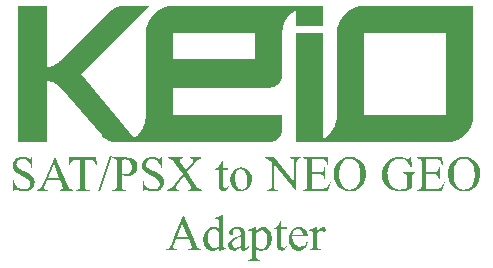
<source format=gbr>
%TF.GenerationSoftware,KiCad,Pcbnew,8.0.4*%
%TF.CreationDate,2024-08-27T17:02:55+01:00*%
%TF.ProjectId,Bottom Board,426f7474-6f6d-4204-926f-6172642e6b69,2*%
%TF.SameCoordinates,Original*%
%TF.FileFunction,Legend,Top*%
%TF.FilePolarity,Positive*%
%FSLAX46Y46*%
G04 Gerber Fmt 4.6, Leading zero omitted, Abs format (unit mm)*
G04 Created by KiCad (PCBNEW 8.0.4) date 2024-08-27 17:02:55*
%MOMM*%
%LPD*%
G01*
G04 APERTURE LIST*
%ADD10C,0.000000*%
%ADD11C,0.150000*%
G04 APERTURE END LIST*
D10*
G36*
X124266707Y-67042963D02*
G01*
X124263712Y-67162198D01*
X124254822Y-67279827D01*
X124240182Y-67395709D01*
X124219933Y-67509700D01*
X124194218Y-67621656D01*
X124163181Y-67731436D01*
X124126965Y-67838896D01*
X124085712Y-67943893D01*
X124039565Y-68046285D01*
X123988668Y-68145927D01*
X123933163Y-68242678D01*
X123873194Y-68336394D01*
X123808903Y-68426932D01*
X123740434Y-68514149D01*
X123667929Y-68597903D01*
X123591531Y-68678050D01*
X123511384Y-68754447D01*
X123427630Y-68826952D01*
X123340412Y-68895421D01*
X123249873Y-68959712D01*
X123156157Y-69019681D01*
X123059406Y-69075185D01*
X122959764Y-69126082D01*
X122857372Y-69172228D01*
X122752375Y-69213481D01*
X122644915Y-69249697D01*
X122535135Y-69280734D01*
X122423178Y-69306448D01*
X122309187Y-69326697D01*
X122193306Y-69341338D01*
X122075676Y-69350227D01*
X121956442Y-69353222D01*
X109250000Y-69353222D01*
X109250000Y-60112176D01*
X111560263Y-60112176D01*
X111560263Y-69050002D01*
X111687387Y-68971313D01*
X111808775Y-68884736D01*
X111924086Y-68790627D01*
X112032980Y-68689339D01*
X112135118Y-68581227D01*
X112230158Y-68466646D01*
X112317761Y-68345949D01*
X112397587Y-68219491D01*
X112469295Y-68087627D01*
X112532546Y-67950711D01*
X112586999Y-67809097D01*
X112632314Y-67663139D01*
X112668151Y-67513193D01*
X112694170Y-67359611D01*
X112710031Y-67202750D01*
X112715393Y-67042963D01*
X112715393Y-60112176D01*
X115025656Y-60112176D01*
X115025656Y-67042963D01*
X121956442Y-67042963D01*
X121956442Y-60112176D01*
X115025656Y-60112176D01*
X112715393Y-60112176D01*
X112718388Y-59992942D01*
X112727277Y-59875313D01*
X112741918Y-59759432D01*
X112762167Y-59645442D01*
X112787882Y-59533485D01*
X112818919Y-59423706D01*
X112855135Y-59316246D01*
X112896388Y-59211249D01*
X112942535Y-59108858D01*
X112993432Y-59009215D01*
X113048936Y-58912465D01*
X113108905Y-58818749D01*
X113173196Y-58728210D01*
X113241665Y-58640993D01*
X113314170Y-58557239D01*
X113390568Y-58477092D01*
X113470715Y-58400694D01*
X113554469Y-58328189D01*
X113641687Y-58259720D01*
X113732225Y-58195429D01*
X113825941Y-58135460D01*
X113922692Y-58079955D01*
X114022335Y-58029058D01*
X114124726Y-57982912D01*
X114229723Y-57941659D01*
X114337183Y-57905442D01*
X114446963Y-57874405D01*
X114558920Y-57848691D01*
X114672911Y-57828442D01*
X114788792Y-57813801D01*
X114906422Y-57804912D01*
X115025656Y-57801917D01*
X124266707Y-57801917D01*
X124266707Y-67042963D01*
G37*
G36*
X88168870Y-63000000D02*
G01*
X88223000Y-62998344D01*
X88277023Y-62993514D01*
X88330835Y-62985723D01*
X88384330Y-62975183D01*
X88437401Y-62962105D01*
X88489944Y-62946700D01*
X88541853Y-62929180D01*
X88593021Y-62909756D01*
X88643343Y-62888640D01*
X88692713Y-62866044D01*
X88741026Y-62842178D01*
X88788175Y-62817255D01*
X88834055Y-62791486D01*
X88878561Y-62765083D01*
X88963024Y-62711218D01*
X89040719Y-62657353D01*
X89110799Y-62605181D01*
X89172420Y-62556392D01*
X89224733Y-62512680D01*
X89298057Y-62447253D01*
X89324002Y-62422436D01*
X93366970Y-58379482D01*
X93421099Y-58327010D01*
X93475123Y-58277816D01*
X93528935Y-58231795D01*
X93582430Y-58188840D01*
X93635501Y-58148847D01*
X93688044Y-58111709D01*
X93739953Y-58077321D01*
X93791121Y-58045577D01*
X93841443Y-58016371D01*
X93890813Y-57989597D01*
X93939125Y-57965150D01*
X93986275Y-57942924D01*
X94032155Y-57922813D01*
X94076660Y-57904711D01*
X94161124Y-57874113D01*
X94238818Y-57850282D01*
X94308899Y-57832375D01*
X94370519Y-57819543D01*
X94422833Y-57810941D01*
X94464994Y-57805724D01*
X94496156Y-57803045D01*
X94522102Y-57801917D01*
X96832363Y-57801917D01*
X91056707Y-63577574D01*
X95525622Y-68963372D01*
X95532818Y-68963372D01*
X95645409Y-68882310D01*
X95752631Y-68794698D01*
X95854222Y-68700829D01*
X95949921Y-68600991D01*
X96039466Y-68495475D01*
X96122596Y-68384571D01*
X96199050Y-68268568D01*
X96268566Y-68147757D01*
X96330882Y-68022427D01*
X96385738Y-67892869D01*
X96432871Y-67759372D01*
X96472022Y-67622227D01*
X96502927Y-67481724D01*
X96525326Y-67338152D01*
X96538956Y-67191802D01*
X96543558Y-67042963D01*
X96543558Y-62299704D01*
X96543558Y-60112176D01*
X98853824Y-60112176D01*
X98853824Y-62299704D01*
X105784607Y-62299704D01*
X105784607Y-60112176D01*
X98853824Y-60112176D01*
X96543558Y-60112176D01*
X96546554Y-59992972D01*
X96555446Y-59875369D01*
X96570091Y-59759511D01*
X96590346Y-59645539D01*
X96616068Y-59533599D01*
X96647113Y-59423832D01*
X96683338Y-59316382D01*
X96724601Y-59211392D01*
X96770758Y-59109006D01*
X96821665Y-59009366D01*
X96877180Y-58912615D01*
X96937160Y-58818898D01*
X97001461Y-58728356D01*
X97069940Y-58641134D01*
X97142454Y-58557374D01*
X97218861Y-58477219D01*
X97299015Y-58400813D01*
X97382775Y-58328299D01*
X97469998Y-58259820D01*
X97560540Y-58195519D01*
X97654257Y-58135539D01*
X97751008Y-58080024D01*
X97850648Y-58029116D01*
X97953034Y-57982960D01*
X98058024Y-57941697D01*
X98165474Y-57905472D01*
X98275241Y-57874426D01*
X98387182Y-57848705D01*
X98501154Y-57828450D01*
X98617012Y-57813805D01*
X98734616Y-57804913D01*
X98853820Y-57801917D01*
X111560259Y-57801917D01*
X111560259Y-59534612D01*
X109249996Y-59534612D01*
X109249996Y-58119574D01*
X109123641Y-58198339D01*
X109002824Y-58284710D01*
X108887905Y-58378365D01*
X108779247Y-58478982D01*
X108677209Y-58586239D01*
X108582151Y-58699814D01*
X108494436Y-58819384D01*
X108414422Y-58944628D01*
X108342471Y-59075224D01*
X108278944Y-59210848D01*
X108224200Y-59351180D01*
X108178602Y-59495898D01*
X108142508Y-59644678D01*
X108116281Y-59797199D01*
X108100280Y-59953139D01*
X108094866Y-60112176D01*
X108094866Y-63462052D01*
X108095515Y-63469325D01*
X108095997Y-63476551D01*
X108096528Y-63490898D01*
X108096598Y-63505161D01*
X108096344Y-63519406D01*
X108095420Y-63548115D01*
X108095028Y-63562714D01*
X108094866Y-63577566D01*
X108093369Y-63637183D01*
X108088924Y-63695997D01*
X108081604Y-63753938D01*
X108071479Y-63810933D01*
X108058622Y-63866911D01*
X108043104Y-63921801D01*
X108024995Y-63975531D01*
X108004369Y-64028029D01*
X107981296Y-64079225D01*
X107955847Y-64129046D01*
X107928095Y-64177421D01*
X107898111Y-64224279D01*
X107865965Y-64269548D01*
X107831731Y-64313157D01*
X107795478Y-64355034D01*
X107757280Y-64395108D01*
X107717206Y-64433306D01*
X107675329Y-64469559D01*
X107631721Y-64503794D01*
X107586451Y-64535939D01*
X107539593Y-64565924D01*
X107491218Y-64593676D01*
X107441397Y-64619124D01*
X107390201Y-64642198D01*
X107337702Y-64662824D01*
X107283972Y-64680932D01*
X107229082Y-64696451D01*
X107173104Y-64709308D01*
X107116109Y-64719433D01*
X107058168Y-64726753D01*
X106999353Y-64731198D01*
X106939736Y-64732695D01*
X98853820Y-64732695D01*
X98853820Y-67042954D01*
X108094866Y-67042954D01*
X108094866Y-68082571D01*
X108095515Y-68089844D01*
X108095997Y-68097070D01*
X108096528Y-68111417D01*
X108096598Y-68125680D01*
X108096344Y-68139925D01*
X108095420Y-68168634D01*
X108095028Y-68183233D01*
X108094866Y-68198084D01*
X108093369Y-68257701D01*
X108088924Y-68316515D01*
X108081604Y-68374456D01*
X108071479Y-68431451D01*
X108058622Y-68487429D01*
X108043104Y-68542319D01*
X108024995Y-68596049D01*
X108004369Y-68648548D01*
X107981296Y-68699743D01*
X107955847Y-68749565D01*
X107928095Y-68797940D01*
X107898111Y-68844798D01*
X107865965Y-68890067D01*
X107831731Y-68933676D01*
X107795478Y-68975553D01*
X107757280Y-69015627D01*
X107717206Y-69053825D01*
X107675329Y-69090078D01*
X107631721Y-69124313D01*
X107586451Y-69156458D01*
X107539593Y-69186443D01*
X107491218Y-69214195D01*
X107441397Y-69239643D01*
X107390201Y-69262717D01*
X107337702Y-69283343D01*
X107283972Y-69301451D01*
X107229082Y-69316970D01*
X107173104Y-69329827D01*
X107116109Y-69339952D01*
X107058168Y-69347272D01*
X106999353Y-69351717D01*
X106939736Y-69353214D01*
X93944512Y-69353214D01*
X93887843Y-69351557D01*
X93831601Y-69346728D01*
X93775878Y-69338937D01*
X93720763Y-69328397D01*
X93666345Y-69315319D01*
X93612716Y-69299914D01*
X93559965Y-69282393D01*
X93508181Y-69262970D01*
X93457454Y-69241854D01*
X93407876Y-69219257D01*
X93359534Y-69195392D01*
X93312520Y-69170469D01*
X93266923Y-69144700D01*
X93222832Y-69118296D01*
X93139533Y-69064432D01*
X93063340Y-69010567D01*
X92994973Y-68958394D01*
X92935151Y-68909606D01*
X92884593Y-68865894D01*
X92814146Y-68800466D01*
X92789385Y-68775649D01*
X89323992Y-64732695D01*
X89273910Y-64676475D01*
X89223420Y-64624010D01*
X89172652Y-64575169D01*
X89121739Y-64529825D01*
X89070811Y-64487847D01*
X89019999Y-64449106D01*
X88969434Y-64413474D01*
X88919247Y-64380822D01*
X88869570Y-64351019D01*
X88820532Y-64323937D01*
X88772266Y-64299447D01*
X88724902Y-64277420D01*
X88678571Y-64257726D01*
X88633404Y-64240236D01*
X88589533Y-64224822D01*
X88547088Y-64211354D01*
X88467001Y-64189738D01*
X88394192Y-64174357D01*
X88329708Y-64164177D01*
X88274598Y-64158165D01*
X88229910Y-64155288D01*
X88196692Y-64154511D01*
X88168860Y-64155130D01*
X88168860Y-69353222D01*
X85743086Y-69353222D01*
X85743086Y-57801917D01*
X85743096Y-57801909D01*
X88168870Y-57801909D01*
X88168870Y-63000000D01*
G37*
D11*
G36*
X86934578Y-70589427D02*
G01*
X86934578Y-71527320D01*
X86858374Y-71527320D01*
X86829294Y-71370370D01*
X86784082Y-71222354D01*
X86725017Y-71100139D01*
X86634079Y-70981359D01*
X86516052Y-70884588D01*
X86452442Y-70847348D01*
X86306314Y-70786623D01*
X86156074Y-70756856D01*
X86085345Y-70753558D01*
X85935182Y-70771900D01*
X85795760Y-70833164D01*
X85730705Y-70883984D01*
X85635035Y-71004478D01*
X85591983Y-71149142D01*
X85590753Y-71180006D01*
X85625386Y-71330216D01*
X85679414Y-71411549D01*
X85793902Y-71517737D01*
X85914917Y-71603990D01*
X86045434Y-71685735D01*
X86173089Y-71759366D01*
X86287578Y-71821877D01*
X86425575Y-71896787D01*
X86564496Y-71975587D01*
X86694155Y-72054309D01*
X86821737Y-72142812D01*
X86934638Y-72247978D01*
X87022013Y-72368572D01*
X87042289Y-72405861D01*
X87098038Y-72551276D01*
X87119655Y-72703132D01*
X87119958Y-72723866D01*
X87104571Y-72876319D01*
X87058409Y-73017873D01*
X86981472Y-73148528D01*
X86873761Y-73268283D01*
X86741824Y-73368300D01*
X86592210Y-73439741D01*
X86446797Y-73478811D01*
X86287850Y-73496001D01*
X86239951Y-73496894D01*
X86086619Y-73489952D01*
X86011340Y-73480774D01*
X85868346Y-73447761D01*
X85746092Y-73414096D01*
X85598610Y-73374526D01*
X85491835Y-73356210D01*
X85410502Y-73384054D01*
X85366538Y-73496894D01*
X85290335Y-73496894D01*
X85290335Y-72559002D01*
X85366538Y-72559002D01*
X85399524Y-72711449D01*
X85442973Y-72853644D01*
X85510153Y-72995708D01*
X85607887Y-73113256D01*
X85731290Y-73205581D01*
X85787125Y-73236775D01*
X85932308Y-73295268D01*
X86087589Y-73326764D01*
X86196720Y-73332763D01*
X86347258Y-73319597D01*
X86488222Y-73274700D01*
X86603384Y-73197941D01*
X86700165Y-73079821D01*
X86749212Y-72934764D01*
X86752861Y-72878471D01*
X86723714Y-72730253D01*
X86696441Y-72671842D01*
X86607227Y-72552582D01*
X86520586Y-72476936D01*
X86396766Y-72396714D01*
X86260882Y-72317296D01*
X86124741Y-72240459D01*
X86080949Y-72216085D01*
X85934078Y-72132461D01*
X85806983Y-72056622D01*
X85672632Y-71970551D01*
X85570970Y-71897348D01*
X85460301Y-71796912D01*
X85367897Y-71679824D01*
X85341626Y-71635764D01*
X85285351Y-71494846D01*
X85263530Y-71341370D01*
X85263224Y-71319958D01*
X85281481Y-71158700D01*
X85336253Y-71010426D01*
X85427540Y-70875134D01*
X85494033Y-70805582D01*
X85617315Y-70711014D01*
X85756350Y-70643466D01*
X85911139Y-70602937D01*
X86059502Y-70589638D01*
X86081682Y-70589427D01*
X86237608Y-70600683D01*
X86385070Y-70630450D01*
X86537970Y-70678822D01*
X86553559Y-70684682D01*
X86695994Y-70728514D01*
X86716224Y-70730111D01*
X86803419Y-70702267D01*
X86858374Y-70589427D01*
X86934578Y-70589427D01*
G37*
G36*
X89855966Y-72910711D02*
G01*
X89920231Y-73052623D01*
X89994212Y-73183882D01*
X90069190Y-73274145D01*
X90200824Y-73344933D01*
X90335903Y-73367934D01*
X90335903Y-73450000D01*
X89233147Y-73450000D01*
X89233147Y-73367934D01*
X89380045Y-73348617D01*
X89458827Y-73313712D01*
X89517446Y-73200139D01*
X89485389Y-73048327D01*
X89435380Y-72918771D01*
X89266120Y-72523831D01*
X88184612Y-72523831D01*
X87994836Y-72956873D01*
X87942079Y-73096458D01*
X87924494Y-73195743D01*
X87985310Y-73306385D01*
X88126035Y-73354380D01*
X88248360Y-73367934D01*
X88248360Y-73450000D01*
X87368353Y-73450000D01*
X87368353Y-73367934D01*
X87512517Y-73332397D01*
X87594766Y-73287334D01*
X87691297Y-73162292D01*
X87765400Y-73025063D01*
X87827774Y-72886531D01*
X88048276Y-72371423D01*
X88248360Y-72371423D01*
X89208967Y-72371423D01*
X88734892Y-71230565D01*
X88248360Y-72371423D01*
X88048276Y-72371423D01*
X88811095Y-70589427D01*
X88882903Y-70589427D01*
X89855966Y-72910711D01*
G37*
G36*
X92345045Y-70636322D02*
G01*
X92375820Y-71292847D01*
X92297418Y-71292847D01*
X92270673Y-71144469D01*
X92235869Y-71045184D01*
X92145186Y-70925571D01*
X92065876Y-70869330D01*
X91925252Y-70823116D01*
X91786706Y-70812177D01*
X91392498Y-70812177D01*
X91392498Y-72957606D01*
X91399078Y-73112816D01*
X91432143Y-73256042D01*
X91448185Y-73280739D01*
X91579103Y-73355672D01*
X91689253Y-73367934D01*
X91786706Y-73367934D01*
X91786706Y-73450000D01*
X90601151Y-73450000D01*
X90601151Y-73367934D01*
X90700070Y-73367934D01*
X90851744Y-73341006D01*
X90952128Y-73260223D01*
X90990539Y-73111101D01*
X90996825Y-72957606D01*
X90996825Y-70812177D01*
X90661235Y-70812177D01*
X90511650Y-70817646D01*
X90382798Y-70840753D01*
X90255643Y-70923610D01*
X90199616Y-70991695D01*
X90136020Y-71132158D01*
X90109734Y-71281062D01*
X90108758Y-71292847D01*
X90030356Y-71292847D01*
X90063328Y-70636322D01*
X92345045Y-70636322D01*
G37*
G36*
X93650035Y-70495638D02*
G01*
X92638137Y-73496894D01*
X92473273Y-73496894D01*
X93485171Y-70495638D01*
X93650035Y-70495638D01*
G37*
G36*
X94884401Y-70640038D02*
G01*
X95044651Y-70653388D01*
X95201175Y-70680011D01*
X95319190Y-70713991D01*
X95460162Y-70779526D01*
X95584856Y-70870343D01*
X95684089Y-70974842D01*
X95768774Y-71109336D01*
X95818307Y-71259934D01*
X95832833Y-71410816D01*
X95818728Y-71574306D01*
X95776413Y-71721859D01*
X95705888Y-71853476D01*
X95607153Y-71969155D01*
X95482680Y-72063082D01*
X95334944Y-72130172D01*
X95186591Y-72166862D01*
X95020426Y-72183006D01*
X94969679Y-72183845D01*
X94822678Y-72176918D01*
X94750593Y-72169190D01*
X94605433Y-72146880D01*
X94499267Y-72125959D01*
X94499267Y-72945882D01*
X94504920Y-73092442D01*
X94534598Y-73238491D01*
X94557153Y-73276343D01*
X94686353Y-73355054D01*
X94793824Y-73367934D01*
X94901535Y-73367934D01*
X94901535Y-73450000D01*
X93704257Y-73450000D01*
X93704257Y-73367934D01*
X93809037Y-73367934D01*
X93961078Y-73338991D01*
X94062561Y-73252163D01*
X94097823Y-73103499D01*
X94103594Y-72948080D01*
X94103594Y-71138241D01*
X94097013Y-70980024D01*
X94065085Y-70839288D01*
X94499267Y-70839288D01*
X94499267Y-72002128D01*
X94649018Y-72027132D01*
X94692707Y-72032903D01*
X94837788Y-72043161D01*
X94990012Y-72019874D01*
X95125750Y-71950013D01*
X95207083Y-71877564D01*
X95295940Y-71751697D01*
X95347913Y-71602799D01*
X95363154Y-71447452D01*
X95348849Y-71294000D01*
X95305932Y-71150365D01*
X95288416Y-71111130D01*
X95205350Y-70982201D01*
X95086580Y-70883008D01*
X95078123Y-70878122D01*
X94933226Y-70819870D01*
X94780415Y-70800529D01*
X94769644Y-70800453D01*
X94623424Y-70814144D01*
X94499267Y-70839288D01*
X94065085Y-70839288D01*
X94063949Y-70834280D01*
X94047906Y-70809246D01*
X93917160Y-70731164D01*
X93809037Y-70718387D01*
X93704257Y-70718387D01*
X93704257Y-70636322D01*
X94727878Y-70636322D01*
X94884401Y-70640038D01*
G37*
G36*
X97904989Y-70589427D02*
G01*
X97904989Y-71527320D01*
X97828786Y-71527320D01*
X97799705Y-71370370D01*
X97754494Y-71222354D01*
X97695429Y-71100139D01*
X97604490Y-70981359D01*
X97486464Y-70884588D01*
X97422854Y-70847348D01*
X97276725Y-70786623D01*
X97126485Y-70756856D01*
X97055757Y-70753558D01*
X96905593Y-70771900D01*
X96766172Y-70833164D01*
X96701116Y-70883984D01*
X96605447Y-71004478D01*
X96562395Y-71149142D01*
X96561165Y-71180006D01*
X96595798Y-71330216D01*
X96649825Y-71411549D01*
X96764314Y-71517737D01*
X96885329Y-71603990D01*
X97015846Y-71685735D01*
X97143501Y-71759366D01*
X97257990Y-71821877D01*
X97395986Y-71896787D01*
X97534908Y-71975587D01*
X97664566Y-72054309D01*
X97792149Y-72142812D01*
X97905049Y-72247978D01*
X97992424Y-72368572D01*
X98012700Y-72405861D01*
X98068449Y-72551276D01*
X98090066Y-72703132D01*
X98090370Y-72723866D01*
X98074982Y-72876319D01*
X98028820Y-73017873D01*
X97951884Y-73148528D01*
X97844173Y-73268283D01*
X97712236Y-73368300D01*
X97562622Y-73439741D01*
X97417209Y-73478811D01*
X97258262Y-73496001D01*
X97210363Y-73496894D01*
X97057031Y-73489952D01*
X96981751Y-73480774D01*
X96838758Y-73447761D01*
X96716504Y-73414096D01*
X96569022Y-73374526D01*
X96462247Y-73356210D01*
X96380914Y-73384054D01*
X96336950Y-73496894D01*
X96260746Y-73496894D01*
X96260746Y-72559002D01*
X96336950Y-72559002D01*
X96369936Y-72711449D01*
X96413384Y-72853644D01*
X96480565Y-72995708D01*
X96578298Y-73113256D01*
X96701702Y-73205581D01*
X96757536Y-73236775D01*
X96902720Y-73295268D01*
X97058001Y-73326764D01*
X97167132Y-73332763D01*
X97317670Y-73319597D01*
X97458634Y-73274700D01*
X97573796Y-73197941D01*
X97670576Y-73079821D01*
X97719623Y-72934764D01*
X97723273Y-72878471D01*
X97694126Y-72730253D01*
X97666853Y-72671842D01*
X97577639Y-72552582D01*
X97490998Y-72476936D01*
X97367178Y-72396714D01*
X97231294Y-72317296D01*
X97095153Y-72240459D01*
X97051361Y-72216085D01*
X96904490Y-72132461D01*
X96777394Y-72056622D01*
X96643043Y-71970551D01*
X96541381Y-71897348D01*
X96430713Y-71796912D01*
X96338309Y-71679824D01*
X96312037Y-71635764D01*
X96255763Y-71494846D01*
X96233942Y-71341370D01*
X96233635Y-71319958D01*
X96251893Y-71158700D01*
X96306665Y-71010426D01*
X96397952Y-70875134D01*
X96464445Y-70805582D01*
X96587727Y-70711014D01*
X96726762Y-70643466D01*
X96881551Y-70602937D01*
X97029914Y-70589638D01*
X97052093Y-70589427D01*
X97208020Y-70600683D01*
X97355482Y-70630450D01*
X97508381Y-70678822D01*
X97523970Y-70684682D01*
X97666406Y-70728514D01*
X97686636Y-70730111D01*
X97773831Y-70702267D01*
X97828786Y-70589427D01*
X97904989Y-70589427D01*
G37*
G36*
X100028437Y-71891486D02*
G01*
X100628541Y-72789078D01*
X100717430Y-72919029D01*
X100809674Y-73046285D01*
X100910138Y-73171362D01*
X100997836Y-73259490D01*
X101125348Y-73332219D01*
X101269925Y-73365238D01*
X101304117Y-73367934D01*
X101304117Y-73450000D01*
X100104640Y-73450000D01*
X100104640Y-73367934D01*
X100253691Y-73351977D01*
X100281961Y-73343021D01*
X100353035Y-73286601D01*
X100380879Y-73208932D01*
X100362561Y-73113677D01*
X100283120Y-72983000D01*
X100248988Y-72931960D01*
X99774913Y-72213154D01*
X99190195Y-72964933D01*
X99102783Y-73083944D01*
X99078088Y-73125401D01*
X99059769Y-73208932D01*
X99115457Y-73318841D01*
X99255866Y-73362667D01*
X99327948Y-73367934D01*
X99327948Y-73450000D01*
X98336566Y-73450000D01*
X98336566Y-73367934D01*
X98483541Y-73338042D01*
X98518283Y-73324703D01*
X98650231Y-73256752D01*
X98760816Y-73179623D01*
X98876597Y-73073191D01*
X98979654Y-72957443D01*
X99025331Y-72901186D01*
X99684787Y-72065875D01*
X99134508Y-71257676D01*
X99039354Y-71124860D01*
X98938592Y-70999518D01*
X98835417Y-70892227D01*
X98752756Y-70826831D01*
X98617967Y-70759446D01*
X98467215Y-70723986D01*
X98392254Y-70718387D01*
X98392254Y-70636322D01*
X99684787Y-70636322D01*
X99684787Y-70718387D01*
X99538984Y-70736403D01*
X99459107Y-70771877D01*
X99398290Y-70877390D01*
X99449391Y-71023271D01*
X99497208Y-71100139D01*
X99925855Y-71742009D01*
X100421912Y-71112595D01*
X100509596Y-70992703D01*
X100528157Y-70960188D01*
X100547941Y-70875191D01*
X100523028Y-70798988D01*
X100444626Y-70738171D01*
X100292984Y-70719450D01*
X100248988Y-70718387D01*
X100248988Y-70636322D01*
X101240370Y-70636322D01*
X101240370Y-70718387D01*
X101093797Y-70740062D01*
X101048395Y-70755757D01*
X100916962Y-70828171D01*
X100844696Y-70883984D01*
X100740873Y-70988967D01*
X100643657Y-71104223D01*
X100583112Y-71180739D01*
X100028437Y-71891486D01*
G37*
G36*
X103065596Y-70917690D02*
G01*
X103065596Y-71527320D01*
X103506699Y-71527320D01*
X103506699Y-71668004D01*
X103065596Y-71668004D01*
X103065596Y-72929762D01*
X103077188Y-73079943D01*
X103118353Y-73184752D01*
X103253175Y-73250697D01*
X103385066Y-73208932D01*
X103479476Y-73093828D01*
X103483984Y-73083635D01*
X103564585Y-73083635D01*
X103501833Y-73222155D01*
X103415016Y-73341289D01*
X103360153Y-73392114D01*
X103226247Y-73470699D01*
X103088311Y-73496894D01*
X102942857Y-73463800D01*
X102902931Y-73442672D01*
X102796926Y-73340881D01*
X102768841Y-73288066D01*
X102733885Y-73139766D01*
X102725653Y-72989694D01*
X102725610Y-72976657D01*
X102725610Y-71668004D01*
X102426657Y-71668004D01*
X102426657Y-71601325D01*
X102555818Y-71531567D01*
X102658199Y-71450383D01*
X102763848Y-71342245D01*
X102858226Y-71217041D01*
X102869958Y-71199057D01*
X102939431Y-71062748D01*
X103001849Y-70917690D01*
X103065596Y-70917690D01*
G37*
G36*
X104762049Y-71491966D02*
G01*
X104904940Y-71526587D01*
X105056604Y-71596150D01*
X105192069Y-71697130D01*
X105295289Y-71808688D01*
X105381227Y-71935142D01*
X105446057Y-72069590D01*
X105489779Y-72212033D01*
X105512395Y-72362470D01*
X105515841Y-72452023D01*
X105503962Y-72612422D01*
X105472960Y-72757760D01*
X105422715Y-72904025D01*
X105394208Y-72969330D01*
X105318544Y-73106328D01*
X105228391Y-73223040D01*
X105111226Y-73328928D01*
X105059351Y-73364270D01*
X104921363Y-73434209D01*
X104773930Y-73478244D01*
X104617052Y-73496376D01*
X104584543Y-73496894D01*
X104430781Y-73484838D01*
X104266956Y-73440299D01*
X104119890Y-73362942D01*
X103989584Y-73252767D01*
X103906769Y-73153977D01*
X103823972Y-73024307D01*
X103761511Y-72887905D01*
X103719386Y-72744771D01*
X103697598Y-72594905D01*
X103694278Y-72506245D01*
X103704478Y-72359336D01*
X103708996Y-72337718D01*
X104077495Y-72337718D01*
X104083239Y-72489744D01*
X104104462Y-72656886D01*
X104141322Y-72813018D01*
X104193820Y-72958140D01*
X104240893Y-73055059D01*
X104329462Y-73186813D01*
X104444647Y-73290039D01*
X104591937Y-73348858D01*
X104673203Y-73356210D01*
X104824122Y-73328759D01*
X104951823Y-73246407D01*
X105002931Y-73189881D01*
X105076770Y-73047304D01*
X105114386Y-72888661D01*
X105129457Y-72739145D01*
X105132624Y-72618353D01*
X105127346Y-72465177D01*
X105107082Y-72295299D01*
X105071619Y-72140619D01*
X105020958Y-72001137D01*
X104942644Y-71857617D01*
X104916469Y-71820411D01*
X104806281Y-71706941D01*
X104664550Y-71636874D01*
X104543510Y-71621109D01*
X104399585Y-71649509D01*
X104323691Y-71687055D01*
X104213258Y-71791717D01*
X104145638Y-71916399D01*
X104101518Y-72065113D01*
X104081754Y-72214940D01*
X104077495Y-72337718D01*
X103708996Y-72337718D01*
X103735081Y-72212890D01*
X103786086Y-72066909D01*
X103823238Y-71986008D01*
X103902153Y-71851238D01*
X104004793Y-71726646D01*
X104123174Y-71628529D01*
X104161758Y-71604256D01*
X104295624Y-71538955D01*
X104448497Y-71495058D01*
X104607257Y-71480425D01*
X104762049Y-71491966D01*
G37*
G36*
X106644243Y-70636322D02*
G01*
X107402617Y-70636322D01*
X109111340Y-72746580D01*
X109111340Y-71127983D01*
X109104500Y-70973190D01*
X109070130Y-70830262D01*
X109053454Y-70805582D01*
X108923566Y-70730649D01*
X108812386Y-70718387D01*
X108715666Y-70718387D01*
X108715666Y-70636322D01*
X109687997Y-70636322D01*
X109687997Y-70718387D01*
X109589079Y-70718387D01*
X109437587Y-70745315D01*
X109337753Y-70826099D01*
X109298712Y-70975564D01*
X109292324Y-71128715D01*
X109292324Y-73496894D01*
X109218318Y-73496894D01*
X107376238Y-71229832D01*
X107376238Y-72958339D01*
X107382732Y-73113132D01*
X107415361Y-73256060D01*
X107431193Y-73280739D01*
X107562397Y-73355672D01*
X107672993Y-73367934D01*
X107771912Y-73367934D01*
X107771912Y-73450000D01*
X106798848Y-73450000D01*
X106798848Y-73367934D01*
X106895569Y-73367934D01*
X107040683Y-73344267D01*
X107149093Y-73260223D01*
X107188133Y-73111674D01*
X107194522Y-72959071D01*
X107194522Y-71010013D01*
X107093371Y-70897475D01*
X107009874Y-70821702D01*
X106876334Y-70754297D01*
X106825959Y-70736706D01*
X106673689Y-70718674D01*
X106644243Y-70718387D01*
X106644243Y-70636322D01*
G37*
G36*
X110612700Y-70788729D02*
G01*
X110612700Y-71902477D01*
X111226727Y-71902477D01*
X111383622Y-71891967D01*
X111523574Y-71845255D01*
X111546197Y-71827739D01*
X111625720Y-71702159D01*
X111659431Y-71554399D01*
X111665631Y-71480425D01*
X111741835Y-71480425D01*
X111741835Y-72465212D01*
X111665631Y-72465212D01*
X111640487Y-72317029D01*
X111607746Y-72207292D01*
X111501625Y-72103744D01*
X111486113Y-72095917D01*
X111336387Y-72059733D01*
X111226727Y-72054884D01*
X110612700Y-72054884D01*
X110612700Y-72982519D01*
X110616730Y-73132362D01*
X110628820Y-73209665D01*
X110686706Y-73274145D01*
X110836347Y-73297569D01*
X110843510Y-73297592D01*
X111317585Y-73297592D01*
X111464972Y-73293696D01*
X111616559Y-73275825D01*
X111661235Y-73264619D01*
X111792439Y-73198216D01*
X111867864Y-73134193D01*
X111964413Y-73019235D01*
X112046287Y-72895573D01*
X112121074Y-72762619D01*
X112129448Y-72746580D01*
X112211514Y-72746580D01*
X111970446Y-73450000D01*
X109816957Y-73450000D01*
X109816957Y-73367934D01*
X109915876Y-73367934D01*
X110064174Y-73338864D01*
X110103454Y-73320307D01*
X110192847Y-73221388D01*
X110214170Y-73074548D01*
X110217027Y-72950279D01*
X110217027Y-71129448D01*
X110211803Y-70982788D01*
X110184380Y-70837931D01*
X110163538Y-70801186D01*
X110031761Y-70730031D01*
X109915876Y-70718387D01*
X109816957Y-70718387D01*
X109816957Y-70636322D01*
X111970446Y-70636322D01*
X112001221Y-71245952D01*
X111921354Y-71245952D01*
X111887591Y-71100906D01*
X111835174Y-70961392D01*
X111825366Y-70944801D01*
X111718205Y-70843547D01*
X111670028Y-70819504D01*
X111517586Y-70793057D01*
X111379134Y-70788729D01*
X110612700Y-70788729D01*
G37*
G36*
X114005264Y-70599463D02*
G01*
X114164539Y-70629570D01*
X114316730Y-70679748D01*
X114461838Y-70749998D01*
X114599861Y-70840319D01*
X114730801Y-70950711D01*
X114781193Y-71000488D01*
X114896236Y-71133935D01*
X114991781Y-71277365D01*
X115067827Y-71430776D01*
X115124373Y-71594170D01*
X115161421Y-71767545D01*
X115177020Y-71913433D01*
X115180530Y-72027041D01*
X115174245Y-72181956D01*
X115155388Y-72330161D01*
X115114140Y-72505984D01*
X115053250Y-72671324D01*
X114972718Y-72826181D01*
X114872544Y-72970555D01*
X114778262Y-73078506D01*
X114648650Y-73199038D01*
X114510773Y-73299140D01*
X114364632Y-73378814D01*
X114210226Y-73438058D01*
X114047555Y-73476874D01*
X113876620Y-73495260D01*
X113805931Y-73496894D01*
X113630005Y-73486930D01*
X113463095Y-73457038D01*
X113305200Y-73407217D01*
X113156322Y-73337468D01*
X113016459Y-73247791D01*
X112885613Y-73138186D01*
X112835799Y-73088764D01*
X112722866Y-72955374D01*
X112629075Y-72810285D01*
X112554425Y-72653496D01*
X112498915Y-72485007D01*
X112462547Y-72304820D01*
X112447234Y-72152246D01*
X112443789Y-72032903D01*
X112443981Y-72028506D01*
X112915666Y-72028506D01*
X112920234Y-72193954D01*
X112933939Y-72349579D01*
X112956779Y-72495380D01*
X112998178Y-72663818D01*
X113053851Y-72816908D01*
X113123800Y-72954649D01*
X113208025Y-73077041D01*
X113313312Y-73185819D01*
X113450469Y-73277421D01*
X113605579Y-73334127D01*
X113756026Y-73355120D01*
X113801535Y-73356210D01*
X113967124Y-73341589D01*
X114119599Y-73297726D01*
X114258962Y-73224622D01*
X114385211Y-73122275D01*
X114451465Y-73050662D01*
X114538620Y-72923417D01*
X114607742Y-72771390D01*
X114651570Y-72625771D01*
X114682876Y-72462943D01*
X114701659Y-72282905D01*
X114707670Y-72126485D01*
X114707920Y-72085659D01*
X114703512Y-71912907D01*
X114690289Y-71751489D01*
X114668250Y-71601406D01*
X114628304Y-71429740D01*
X114574584Y-71275785D01*
X114507089Y-71139540D01*
X114425820Y-71021004D01*
X114318454Y-70912226D01*
X114194469Y-70830166D01*
X114053865Y-70774823D01*
X113896641Y-70746197D01*
X113799337Y-70741835D01*
X113642323Y-70755088D01*
X113499545Y-70794849D01*
X113353801Y-70872747D01*
X113241526Y-70969308D01*
X113197767Y-71018806D01*
X113101897Y-71159456D01*
X113037157Y-71293823D01*
X112986191Y-71443789D01*
X112949000Y-71609354D01*
X112925584Y-71790518D01*
X112916768Y-71946681D01*
X112915666Y-72028506D01*
X112443981Y-72028506D01*
X112450864Y-71871118D01*
X112472091Y-71716959D01*
X112507468Y-71570425D01*
X112556996Y-71431516D01*
X112638805Y-71268602D01*
X112742725Y-71117601D01*
X112841781Y-71005380D01*
X112896615Y-70952128D01*
X113023369Y-70847639D01*
X113157707Y-70760860D01*
X113299630Y-70691791D01*
X113449138Y-70640432D01*
X113606231Y-70606783D01*
X113770909Y-70590844D01*
X113838904Y-70589427D01*
X114005264Y-70599463D01*
G37*
G36*
X118965073Y-70589427D02*
G01*
X119037613Y-71480425D01*
X118965073Y-71480425D01*
X118914258Y-71341564D01*
X118848713Y-71202357D01*
X118765450Y-71070601D01*
X118682973Y-70975575D01*
X118567142Y-70879931D01*
X118437637Y-70807778D01*
X118294458Y-70759116D01*
X118137605Y-70733947D01*
X118041835Y-70730111D01*
X117881365Y-70740379D01*
X117733345Y-70771184D01*
X117572156Y-70835258D01*
X117428896Y-70928904D01*
X117303565Y-71052122D01*
X117229972Y-71150697D01*
X117150786Y-71288479D01*
X117087983Y-71435843D01*
X117041563Y-71592790D01*
X117011527Y-71759320D01*
X116999012Y-71905415D01*
X116996964Y-71996266D01*
X117002400Y-72143021D01*
X117022480Y-72308049D01*
X117057357Y-72466414D01*
X117107030Y-72618119D01*
X117151570Y-72722400D01*
X117223803Y-72857635D01*
X117317604Y-72991667D01*
X117423403Y-73103809D01*
X117541200Y-73194060D01*
X117556769Y-73203803D01*
X117698771Y-73277476D01*
X117842859Y-73327038D01*
X117989034Y-73352489D01*
X118071144Y-73356210D01*
X118223002Y-73346502D01*
X118369365Y-73317376D01*
X118511148Y-73268649D01*
X118647802Y-73201605D01*
X118647802Y-72392672D01*
X118642481Y-72245874D01*
X118615562Y-72117899D01*
X118516643Y-72018981D01*
X118368178Y-71987267D01*
X118281437Y-71984542D01*
X118281437Y-71902477D01*
X119362945Y-71902477D01*
X119362945Y-71984542D01*
X119311654Y-71984542D01*
X119162529Y-72018391D01*
X119091102Y-72091521D01*
X119056842Y-72235063D01*
X119050070Y-72393405D01*
X119050070Y-73249232D01*
X118917051Y-73315970D01*
X118770477Y-73377479D01*
X118625191Y-73425678D01*
X118581856Y-73437543D01*
X118432591Y-73468841D01*
X118273309Y-73488548D01*
X118121389Y-73496372D01*
X118068946Y-73496894D01*
X117920553Y-73492354D01*
X117733336Y-73472175D01*
X117558276Y-73435854D01*
X117395376Y-73383389D01*
X117244634Y-73314782D01*
X117106051Y-73230031D01*
X116979627Y-73129138D01*
X116865361Y-73012102D01*
X116838695Y-72980321D01*
X116747927Y-72856293D01*
X116672543Y-72726470D01*
X116612544Y-72590851D01*
X116567929Y-72449436D01*
X116538698Y-72302225D01*
X116524852Y-72149217D01*
X116523622Y-72086392D01*
X116532072Y-71927259D01*
X116557422Y-71771072D01*
X116599671Y-71617830D01*
X116658821Y-71467534D01*
X116700209Y-71382972D01*
X116784582Y-71239438D01*
X116879979Y-71108886D01*
X116986403Y-70991317D01*
X117103851Y-70886732D01*
X117232325Y-70795129D01*
X117277599Y-70767480D01*
X117417247Y-70698102D01*
X117567554Y-70645764D01*
X117728519Y-70610467D01*
X117874973Y-70593774D01*
X118003000Y-70589427D01*
X118157075Y-70596872D01*
X118279972Y-70615806D01*
X118430731Y-70657388D01*
X118578181Y-70709492D01*
X118633880Y-70730844D01*
X118773756Y-70775879D01*
X118787753Y-70777006D01*
X118855164Y-70738904D01*
X118888869Y-70589427D01*
X118965073Y-70589427D01*
G37*
G36*
X120287648Y-70788729D02*
G01*
X120287648Y-71902477D01*
X120901675Y-71902477D01*
X121058570Y-71891967D01*
X121198521Y-71845255D01*
X121221144Y-71827739D01*
X121300667Y-71702159D01*
X121334379Y-71554399D01*
X121340579Y-71480425D01*
X121416783Y-71480425D01*
X121416783Y-72465212D01*
X121340579Y-72465212D01*
X121315434Y-72317029D01*
X121282693Y-72207292D01*
X121176572Y-72103744D01*
X121161060Y-72095917D01*
X121011335Y-72059733D01*
X120901675Y-72054884D01*
X120287648Y-72054884D01*
X120287648Y-72982519D01*
X120291678Y-73132362D01*
X120303768Y-73209665D01*
X120361654Y-73274145D01*
X120511295Y-73297569D01*
X120518458Y-73297592D01*
X120992533Y-73297592D01*
X121139919Y-73293696D01*
X121291506Y-73275825D01*
X121336183Y-73264619D01*
X121467387Y-73198216D01*
X121542812Y-73134193D01*
X121639360Y-73019235D01*
X121721234Y-72895573D01*
X121796022Y-72762619D01*
X121804396Y-72746580D01*
X121886462Y-72746580D01*
X121645394Y-73450000D01*
X119491905Y-73450000D01*
X119491905Y-73367934D01*
X119590823Y-73367934D01*
X119739122Y-73338864D01*
X119778402Y-73320307D01*
X119867795Y-73221388D01*
X119889117Y-73074548D01*
X119891975Y-72950279D01*
X119891975Y-71129448D01*
X119886751Y-70982788D01*
X119859327Y-70837931D01*
X119838485Y-70801186D01*
X119706709Y-70730031D01*
X119590823Y-70718387D01*
X119491905Y-70718387D01*
X119491905Y-70636322D01*
X121645394Y-70636322D01*
X121676169Y-71245952D01*
X121596301Y-71245952D01*
X121562538Y-71100906D01*
X121510122Y-70961392D01*
X121500314Y-70944801D01*
X121393152Y-70843547D01*
X121344975Y-70819504D01*
X121192533Y-70793057D01*
X121054082Y-70788729D01*
X120287648Y-70788729D01*
G37*
G36*
X123680211Y-70599463D02*
G01*
X123839487Y-70629570D01*
X123991678Y-70679748D01*
X124136786Y-70749998D01*
X124274809Y-70840319D01*
X124405748Y-70950711D01*
X124456141Y-71000488D01*
X124571184Y-71133935D01*
X124666729Y-71277365D01*
X124742774Y-71430776D01*
X124799321Y-71594170D01*
X124836369Y-71767545D01*
X124851968Y-71913433D01*
X124855478Y-72027041D01*
X124849192Y-72181956D01*
X124830336Y-72330161D01*
X124789088Y-72505984D01*
X124728198Y-72671324D01*
X124647666Y-72826181D01*
X124547491Y-72970555D01*
X124453210Y-73078506D01*
X124323598Y-73199038D01*
X124185721Y-73299140D01*
X124039580Y-73378814D01*
X123885173Y-73438058D01*
X123722503Y-73476874D01*
X123551567Y-73495260D01*
X123480879Y-73496894D01*
X123304953Y-73486930D01*
X123138042Y-73457038D01*
X122980148Y-73407217D01*
X122831269Y-73337468D01*
X122691407Y-73247791D01*
X122560561Y-73138186D01*
X122510746Y-73088764D01*
X122397814Y-72955374D01*
X122304023Y-72810285D01*
X122229372Y-72653496D01*
X122173863Y-72485007D01*
X122137495Y-72304820D01*
X122122182Y-72152246D01*
X122118737Y-72032903D01*
X122118929Y-72028506D01*
X122590614Y-72028506D01*
X122595182Y-72193954D01*
X122608886Y-72349579D01*
X122631727Y-72495380D01*
X122673125Y-72663818D01*
X122728799Y-72816908D01*
X122798748Y-72954649D01*
X122882973Y-73077041D01*
X122988259Y-73185819D01*
X123125417Y-73277421D01*
X123280526Y-73334127D01*
X123430973Y-73355120D01*
X123476483Y-73356210D01*
X123642071Y-73341589D01*
X123794547Y-73297726D01*
X123933909Y-73224622D01*
X124060158Y-73122275D01*
X124126413Y-73050662D01*
X124213568Y-72923417D01*
X124282690Y-72771390D01*
X124326518Y-72625771D01*
X124357823Y-72462943D01*
X124376607Y-72282905D01*
X124382617Y-72126485D01*
X124382868Y-72085659D01*
X124378460Y-71912907D01*
X124365237Y-71751489D01*
X124343197Y-71601406D01*
X124303252Y-71429740D01*
X124249531Y-71275785D01*
X124182037Y-71139540D01*
X124100767Y-71021004D01*
X123993402Y-70912226D01*
X123869417Y-70830166D01*
X123728812Y-70774823D01*
X123571589Y-70746197D01*
X123474284Y-70741835D01*
X123317271Y-70755088D01*
X123174493Y-70794849D01*
X123028748Y-70872747D01*
X122916474Y-70969308D01*
X122872714Y-71018806D01*
X122776844Y-71159456D01*
X122712104Y-71293823D01*
X122661139Y-71443789D01*
X122623948Y-71609354D01*
X122600531Y-71790518D01*
X122591716Y-71946681D01*
X122590614Y-72028506D01*
X122118929Y-72028506D01*
X122125812Y-71871118D01*
X122147038Y-71716959D01*
X122182415Y-71570425D01*
X122231943Y-71431516D01*
X122313753Y-71268602D01*
X122417673Y-71117601D01*
X122516728Y-71005380D01*
X122571563Y-70952128D01*
X122698316Y-70847639D01*
X122832655Y-70760860D01*
X122974578Y-70691791D01*
X123124086Y-70640432D01*
X123281179Y-70606783D01*
X123445857Y-70590844D01*
X123513852Y-70589427D01*
X123680211Y-70599463D01*
G37*
G36*
X100760433Y-77950711D02*
G01*
X100824697Y-78092623D01*
X100898678Y-78223882D01*
X100973657Y-78314145D01*
X101105290Y-78384933D01*
X101240370Y-78407934D01*
X101240370Y-78490000D01*
X100137613Y-78490000D01*
X100137613Y-78407934D01*
X100284511Y-78388617D01*
X100363294Y-78353712D01*
X100421912Y-78240139D01*
X100389855Y-78088327D01*
X100339847Y-77958771D01*
X100170586Y-77563831D01*
X99089079Y-77563831D01*
X98899302Y-77996873D01*
X98846546Y-78136458D01*
X98828960Y-78235743D01*
X98889777Y-78346385D01*
X99030501Y-78394380D01*
X99152826Y-78407934D01*
X99152826Y-78490000D01*
X98272819Y-78490000D01*
X98272819Y-78407934D01*
X98416984Y-78372397D01*
X98499232Y-78327334D01*
X98595764Y-78202292D01*
X98669867Y-78065063D01*
X98732240Y-77926531D01*
X98952742Y-77411423D01*
X99152826Y-77411423D01*
X100113433Y-77411423D01*
X99639358Y-76270565D01*
X99152826Y-77411423D01*
X98952742Y-77411423D01*
X99715562Y-75629427D01*
X99787369Y-75629427D01*
X100760433Y-77950711D01*
G37*
G36*
X103075855Y-77727229D02*
G01*
X103076817Y-77877713D01*
X103081279Y-78031688D01*
X103091242Y-78134626D01*
X103140335Y-78237208D01*
X103220202Y-78265785D01*
X103368214Y-78230614D01*
X103390928Y-78303154D01*
X102830391Y-78536894D01*
X102735869Y-78536894D01*
X102735869Y-78266517D01*
X102624438Y-78370377D01*
X102498568Y-78456855D01*
X102465492Y-78473879D01*
X102319567Y-78523048D01*
X102181193Y-78536894D01*
X102031488Y-78520637D01*
X101891582Y-78471864D01*
X101761477Y-78390577D01*
X101641172Y-78276775D01*
X101551238Y-78155606D01*
X101483392Y-78020341D01*
X101437636Y-77870981D01*
X101413969Y-77707526D01*
X101410363Y-77607794D01*
X101419353Y-77456918D01*
X101421260Y-77446594D01*
X101787718Y-77446594D01*
X101794081Y-77597161D01*
X101817588Y-77755437D01*
X101865661Y-77913397D01*
X101936358Y-78046903D01*
X101968702Y-78090662D01*
X102074163Y-78198693D01*
X102198956Y-78277261D01*
X102345485Y-78313272D01*
X102373168Y-78314145D01*
X102523520Y-78282945D01*
X102658657Y-78198761D01*
X102735869Y-78125101D01*
X102735869Y-77142512D01*
X102706090Y-76991301D01*
X102661131Y-76884591D01*
X102573833Y-76766392D01*
X102497732Y-76708736D01*
X102359767Y-76655181D01*
X102298430Y-76649385D01*
X102147502Y-76680801D01*
X102020666Y-76766233D01*
X101975297Y-76813517D01*
X101884621Y-76951281D01*
X101828934Y-77100208D01*
X101799442Y-77250956D01*
X101787901Y-77420777D01*
X101787718Y-77446594D01*
X101421260Y-77446594D01*
X101446324Y-77310936D01*
X101491275Y-77169849D01*
X101554207Y-77033656D01*
X101635119Y-76902357D01*
X101666085Y-76859678D01*
X101767107Y-76744385D01*
X101897924Y-76640025D01*
X102042696Y-76568133D01*
X102201423Y-76528708D01*
X102323343Y-76520425D01*
X102470990Y-76535953D01*
X102613733Y-76588902D01*
X102735869Y-76679427D01*
X102735869Y-76330648D01*
X102734652Y-76168592D01*
X102729242Y-76013826D01*
X102720482Y-75933510D01*
X102672121Y-75832393D01*
X102589323Y-75805282D01*
X102447174Y-75838255D01*
X102420063Y-75766448D01*
X102982798Y-75535638D01*
X103075855Y-75535638D01*
X103075855Y-77727229D01*
G37*
G36*
X104430132Y-76528869D02*
G01*
X104584554Y-76561292D01*
X104693719Y-76606887D01*
X104810386Y-76703667D01*
X104873238Y-76811318D01*
X104902396Y-76960844D01*
X104910023Y-77114897D01*
X104910607Y-77182079D01*
X104910607Y-77836406D01*
X104911609Y-77988161D01*
X104916868Y-78137440D01*
X104920865Y-78174926D01*
X104954571Y-78258457D01*
X105009525Y-78278974D01*
X105067411Y-78265052D01*
X105183707Y-78163658D01*
X105233740Y-78114110D01*
X105233740Y-78229881D01*
X105133743Y-78349508D01*
X105021865Y-78450247D01*
X104885623Y-78522203D01*
X104792638Y-78536894D01*
X104651930Y-78486817D01*
X104632170Y-78466552D01*
X104577576Y-78323424D01*
X104570621Y-78227683D01*
X104453734Y-78316731D01*
X104333950Y-78404637D01*
X104210559Y-78484686D01*
X104205722Y-78487069D01*
X104060779Y-78529887D01*
X103968318Y-78536894D01*
X103820729Y-78514401D01*
X103687212Y-78439869D01*
X103645918Y-78400607D01*
X103563844Y-78275603D01*
X103523612Y-78122061D01*
X103519156Y-78041570D01*
X103532620Y-77941919D01*
X103865736Y-77941919D01*
X103890758Y-78087247D01*
X103954396Y-78191779D01*
X104075526Y-78276787D01*
X104158095Y-78290697D01*
X104301823Y-78256233D01*
X104434602Y-78182817D01*
X104554735Y-78094717D01*
X104570621Y-78081870D01*
X104570621Y-77352805D01*
X104428701Y-77410874D01*
X104290069Y-77470579D01*
X104168353Y-77530125D01*
X104043692Y-77612451D01*
X103939832Y-77716567D01*
X103935345Y-77722833D01*
X103873962Y-77862145D01*
X103865736Y-77941919D01*
X103532620Y-77941919D01*
X103538862Y-77895717D01*
X103581438Y-77798304D01*
X103679011Y-77677009D01*
X103800598Y-77577953D01*
X103874529Y-77530125D01*
X104014316Y-77454945D01*
X104153332Y-77390540D01*
X104293587Y-77331206D01*
X104453316Y-77268060D01*
X104570621Y-77223845D01*
X104570621Y-77148374D01*
X104563492Y-77001831D01*
X104531807Y-76850620D01*
X104480495Y-76756364D01*
X104354194Y-76669862D01*
X104220377Y-76649385D01*
X104072545Y-76680941D01*
X104013747Y-76722658D01*
X103939097Y-76850564D01*
X103935345Y-76891186D01*
X103939742Y-77016482D01*
X103900024Y-77159790D01*
X103891382Y-77170355D01*
X103764620Y-77223845D01*
X103640056Y-77168157D01*
X103591885Y-77026950D01*
X103591696Y-77015017D01*
X103621565Y-76869949D01*
X103702160Y-76744841D01*
X103772680Y-76675764D01*
X103900492Y-76593847D01*
X104039873Y-76546062D01*
X104202322Y-76522852D01*
X104281926Y-76520425D01*
X104430132Y-76528869D01*
G37*
G36*
X105888067Y-76961528D02*
G01*
X105970557Y-76833507D01*
X106071535Y-76709939D01*
X106181891Y-76616413D01*
X106313705Y-76550796D01*
X106461471Y-76521269D01*
X106491835Y-76520425D01*
X106644573Y-76538161D01*
X106782125Y-76591368D01*
X106904491Y-76680047D01*
X106965911Y-76744640D01*
X107056702Y-76872492D01*
X107125193Y-77016262D01*
X107171385Y-77175950D01*
X107193230Y-77325496D01*
X107198918Y-77459050D01*
X107192085Y-77608755D01*
X107165844Y-77777397D01*
X107119923Y-77934035D01*
X107054320Y-78078669D01*
X106969038Y-78211299D01*
X106919016Y-78273112D01*
X106812322Y-78375894D01*
X106676389Y-78462448D01*
X106525527Y-78516029D01*
X106359736Y-78536637D01*
X106337962Y-78536894D01*
X106187245Y-78524693D01*
X106074180Y-78493663D01*
X105944559Y-78416953D01*
X105888067Y-78369832D01*
X105888067Y-78941360D01*
X105893219Y-79090586D01*
X105911514Y-79185359D01*
X105994313Y-79268157D01*
X106144490Y-79297459D01*
X106207537Y-79298932D01*
X106207537Y-79380997D01*
X105218353Y-79380997D01*
X105218353Y-79298932D01*
X105270377Y-79298932D01*
X105415929Y-79277487D01*
X105463817Y-79255701D01*
X105524634Y-79181695D01*
X105544877Y-79028013D01*
X105546616Y-78923775D01*
X105546616Y-77127857D01*
X105545511Y-77088290D01*
X105888067Y-77088290D01*
X105888067Y-77800502D01*
X105890746Y-77951352D01*
X105905946Y-78099163D01*
X105907118Y-78103852D01*
X105970500Y-78237088D01*
X106047802Y-78316343D01*
X106184031Y-78387809D01*
X106331368Y-78407934D01*
X106485840Y-78381088D01*
X106614676Y-78300549D01*
X106665492Y-78245268D01*
X106746250Y-78112417D01*
X106795846Y-77971264D01*
X106824560Y-77808404D01*
X106832554Y-77648094D01*
X106825882Y-77491414D01*
X106801234Y-77326526D01*
X106758423Y-77180923D01*
X106687256Y-77038132D01*
X106642777Y-76976182D01*
X106527393Y-76870863D01*
X106384740Y-76817488D01*
X106329170Y-76813517D01*
X106182029Y-76841543D01*
X106133531Y-76863342D01*
X106011293Y-76960673D01*
X105898688Y-77076713D01*
X105888067Y-77088290D01*
X105545511Y-77088290D01*
X105542402Y-76976915D01*
X105529763Y-76893384D01*
X105477006Y-76819378D01*
X105379553Y-76794466D01*
X105253524Y-76823042D01*
X105228611Y-76757096D01*
X105810398Y-76520425D01*
X105888067Y-76520425D01*
X105888067Y-76961528D01*
G37*
G36*
X108011514Y-75957690D02*
G01*
X108011514Y-76567320D01*
X108452617Y-76567320D01*
X108452617Y-76708004D01*
X108011514Y-76708004D01*
X108011514Y-77969762D01*
X108023106Y-78119943D01*
X108064271Y-78224752D01*
X108199093Y-78290697D01*
X108330984Y-78248932D01*
X108425394Y-78133828D01*
X108429902Y-78123635D01*
X108510502Y-78123635D01*
X108447751Y-78262155D01*
X108360934Y-78381289D01*
X108306071Y-78432114D01*
X108172165Y-78510699D01*
X108034229Y-78536894D01*
X107888774Y-78503800D01*
X107848849Y-78482672D01*
X107742844Y-78380881D01*
X107714759Y-78328066D01*
X107679803Y-78179766D01*
X107671571Y-78029694D01*
X107671528Y-78016657D01*
X107671528Y-76708004D01*
X107372575Y-76708004D01*
X107372575Y-76641325D01*
X107501736Y-76571567D01*
X107604117Y-76490383D01*
X107709765Y-76382245D01*
X107804144Y-76257041D01*
X107815876Y-76239057D01*
X107885349Y-76102748D01*
X107947767Y-75957690D01*
X108011514Y-75957690D01*
G37*
G36*
X109677922Y-76533614D02*
G01*
X109831684Y-76579982D01*
X109967361Y-76659735D01*
X110047767Y-76731451D01*
X110146234Y-76860985D01*
X110206708Y-76995006D01*
X110241718Y-77146795D01*
X110251465Y-77294187D01*
X108947209Y-77294187D01*
X108953726Y-77446067D01*
X108979887Y-77607113D01*
X109026034Y-77750768D01*
X109103246Y-77893650D01*
X109151640Y-77956573D01*
X109259122Y-78061720D01*
X109390878Y-78144100D01*
X109534110Y-78188459D01*
X109635974Y-78196908D01*
X109788925Y-78177133D01*
X109923363Y-78117808D01*
X109958374Y-78093593D01*
X110062326Y-77985343D01*
X110138763Y-77855777D01*
X110187718Y-77739685D01*
X110251465Y-77781451D01*
X110214107Y-77938194D01*
X110150667Y-78086939D01*
X110072379Y-78212441D01*
X110000140Y-78302421D01*
X109889543Y-78405003D01*
X109749467Y-78485374D01*
X109592814Y-78528651D01*
X109479170Y-78536894D01*
X109315267Y-78520225D01*
X109163547Y-78470216D01*
X109024008Y-78386868D01*
X108911904Y-78286590D01*
X108896650Y-78270181D01*
X108802433Y-78144728D01*
X108731357Y-78001745D01*
X108683422Y-77841230D01*
X108660753Y-77689692D01*
X108654850Y-77553572D01*
X108660914Y-77406544D01*
X108684201Y-77243947D01*
X108702711Y-77176950D01*
X108947209Y-77176950D01*
X109821354Y-77176950D01*
X109806746Y-77026619D01*
X109778123Y-76914633D01*
X109693630Y-76786921D01*
X109624250Y-76729253D01*
X109486470Y-76669161D01*
X109411026Y-76661109D01*
X109258698Y-76691055D01*
X109130471Y-76773041D01*
X109104745Y-76797397D01*
X109013705Y-76925786D01*
X108962511Y-77075640D01*
X108947209Y-77176950D01*
X108702711Y-77176950D01*
X108724954Y-77096445D01*
X108794572Y-76943439D01*
X108887963Y-76810979D01*
X108903245Y-76793733D01*
X109017948Y-76687239D01*
X109144713Y-76606901D01*
X109283540Y-76552720D01*
X109434427Y-76524696D01*
X109526064Y-76520425D01*
X109677922Y-76533614D01*
G37*
G36*
X111046476Y-76520425D02*
G01*
X111046476Y-76944675D01*
X111135691Y-76800496D01*
X111240948Y-76669990D01*
X111362787Y-76570556D01*
X111501827Y-76522082D01*
X111533008Y-76520425D01*
X111675153Y-76556764D01*
X111719853Y-76590767D01*
X111791964Y-76718394D01*
X111794592Y-76751967D01*
X111740370Y-76888988D01*
X111612875Y-76944675D01*
X111473187Y-76890258D01*
X111450942Y-76873600D01*
X111321065Y-76801863D01*
X111318318Y-76801793D01*
X111237718Y-76843558D01*
X111143746Y-76956215D01*
X111064965Y-77088484D01*
X111046476Y-77124193D01*
X111046476Y-78037906D01*
X111058763Y-78191023D01*
X111085311Y-78276775D01*
X111179833Y-78370565D01*
X111322979Y-78406146D01*
X111376204Y-78407934D01*
X111376204Y-78490000D01*
X110409735Y-78490000D01*
X110409735Y-78407934D01*
X110560975Y-78390188D01*
X110623692Y-78362505D01*
X110696232Y-78256259D01*
X110706239Y-78102820D01*
X110706490Y-78054026D01*
X110706490Y-77315436D01*
X110705620Y-77165913D01*
X110701582Y-77015205D01*
X110692568Y-76919030D01*
X110643475Y-76826706D01*
X110554082Y-76797397D01*
X110409735Y-76828171D01*
X110389218Y-76753433D01*
X110960014Y-76520425D01*
X111046476Y-76520425D01*
G37*
M02*

</source>
